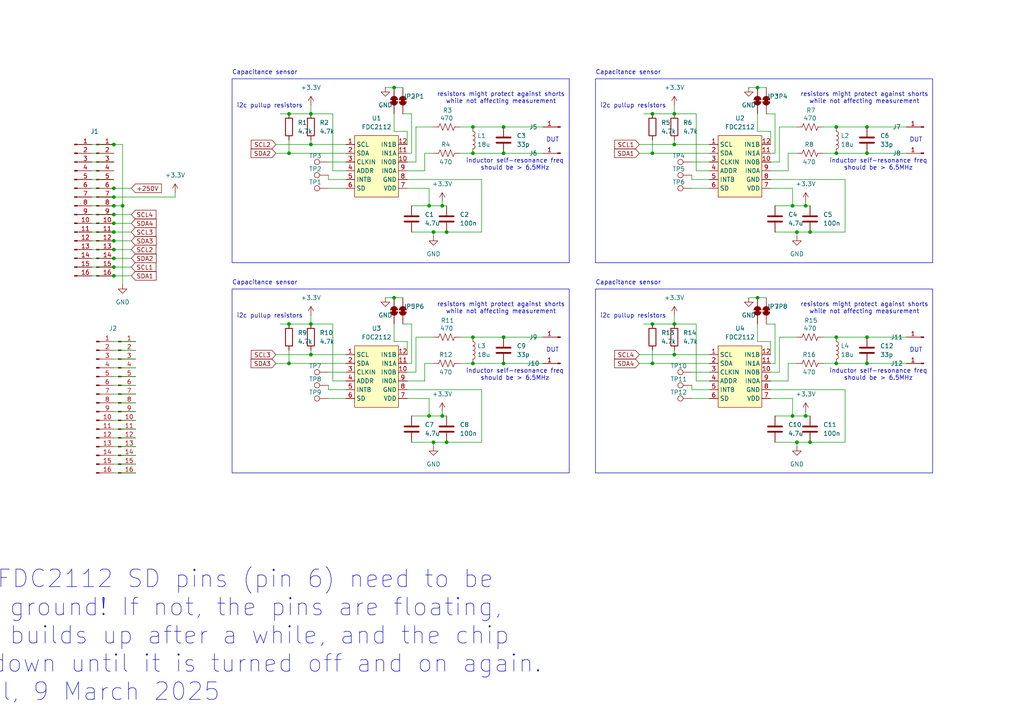
<source format=kicad_sch>
(kicad_sch (version 20231120) (generator "eeschema") (generator_version "8.0")
  (paper "A4")
  (lib_symbols
    (symbol "Connector:Conn_01x01_Pin" (pin_names (offset 1.016) hide)
      (property "Reference" "J" (at 0 2.54 0))
      (property "Value" "Conn_01x01_Pin" (at 0 -2.54 0))
      (symbol "Conn_01x01_Pin_1_1"
        (pin passive line (at 5.08 0 180) (length 3.81) (name "Pin_1") (number "1"))
      )
    )
    (symbol "Connector:Conn_01x16_Pin" (pin_names (offset 1.016) hide)
      (property "Reference" "J" (at 0 20.32 0))
      (property "Value" "Conn_01x16_Pin" (at 0 -22.86 0))
      (symbol "Conn_01x16_Pin_1_1"
        (pin passive line (at 5.08 17.78 180) (length 3.81) (name "Pin_1") (number "1"))
        (pin passive line (at 5.08 -5.08 180) (length 3.81) (name "Pin_10") (number "10"))
        (pin passive line (at 5.08 -7.62 180) (length 3.81) (name "Pin_11") (number "11"))
        (pin passive line (at 5.08 -10.16 180) (length 3.81) (name "Pin_12") (number "12"))
        (pin passive line (at 5.08 -12.7 180) (length 3.81) (name "Pin_13") (number "13"))
        (pin passive line (at 5.08 -15.24 180) (length 3.81) (name "Pin_14") (number "14"))
        (pin passive line (at 5.08 -17.78 180) (length 3.81) (name "Pin_15") (number "15"))
        (pin passive line (at 5.08 -20.32 180) (length 3.81) (name "Pin_16") (number "16"))
        (pin passive line (at 5.08 15.24 180) (length 3.81) (name "Pin_2") (number "2"))
        (pin passive line (at 5.08 12.7 180) (length 3.81) (name "Pin_3") (number "3"))
        (pin passive line (at 5.08 10.16 180) (length 3.81) (name "Pin_4") (number "4"))
        (pin passive line (at 5.08 7.62 180) (length 3.81) (name "Pin_5") (number "5"))
        (pin passive line (at 5.08 5.08 180) (length 3.81) (name "Pin_6") (number "6"))
        (pin passive line (at 5.08 2.54 180) (length 3.81) (name "Pin_7") (number "7"))
        (pin passive line (at 5.08 0 180) (length 3.81) (name "Pin_8") (number "8"))
        (pin passive line (at 5.08 -2.54 180) (length 3.81) (name "Pin_9") (number "9"))
      )
    )
    (symbol "Connector:TestPoint" (pin_numbers hide) (pin_names (offset 0.762) hide)
      (property "Reference" "TP" (at 0 6.858 0))
      (property "Value" "TestPoint" (at 0 5.08 0))
      (symbol "TestPoint_1_1"
        (pin passive line (at 0 0 90) (length 2.54) (name "1") (number "1"))
      )
    )
    (symbol "Device:C" (pin_numbers hide) (pin_names (offset 0.254))
      (property "Reference" "C" (at 0.635 2.54 0))
      (property "Value" "C" (at 0.635 -2.54 0))
      (symbol "C_1_1"
        (pin passive line (at 0 3.81 270) (length 2.794) (name "~") (number "1"))
        (pin passive line (at 0 -3.81 90) (length 2.794) (name "~") (number "2"))
      )
    )
    (symbol "Device:L" (pin_numbers hide) (pin_names (offset 1.016) hide)
      (property "Reference" "L" (at -1.27 0 90))
      (property "Value" "L" (at 1.905 0 90))
      (symbol "L_1_1"
        (pin passive line (at 0 3.81 270) (length 1.27) (name "1") (number "1"))
        (pin passive line (at 0 -3.81 90) (length 1.27) (name "2") (number "2"))
      )
    )
    (symbol "Device:R" (pin_numbers hide) (pin_names (offset 0))
      (property "Reference" "R" (at 2.032 0 90))
      (property "Value" "R" (at 0 0 90))
      (symbol "R_1_1"
        (pin passive line (at 0 3.81 270) (length 1.27) (name "~") (number "1"))
        (pin passive line (at 0 -3.81 90) (length 1.27) (name "~") (number "2"))
      )
    )
    (symbol "Device:R_US" (pin_numbers hide) (pin_names (offset 0))
      (property "Reference" "R" (at 2.54 0 90))
      (property "Value" "R_US" (at -2.54 0 90))
      (symbol "R_US_1_1"
        (pin passive line (at 0 3.81 270) (length 1.27) (name "~") (number "1"))
        (pin passive line (at 0 -3.81 90) (length 1.27) (name "~") (number "2"))
      )
    )
    (symbol "Jumper:SolderJumper_2_Bridged" (pin_numbers hide) (pin_names (offset 0) hide) (exclude_from_sim yes) (in_bom no)
      (property "Reference" "JP" (at 0 2.032 0))
      (property "Value" "SolderJumper_2_Bridged" (at 0 -2.54 0))
      (symbol "SolderJumper_2_Bridged_1_1"
        (pin passive line (at -3.81 0 0) (length 2.54) (name "A") (number "1"))
        (pin passive line (at 3.81 0 180) (length 2.54) (name "B") (number "2"))
      )
    )
    (symbol "levitas_custom:FDC2112"
      (property "Reference" "U" (at -5.842 12.446 0))
      (property "Value" "FDC2112" (at -2.286 10.414 0))
      (symbol "FDC2112_1_1"
        (pin input line (at -8.89 6.35 0) (length 2.54) (name "SCL") (number "1"))
        (pin input line (at 8.89 1.27 180) (length 2.54) (name "IN0B") (number "10"))
        (pin input line (at 8.89 3.81 180) (length 2.54) (name "IN1A") (number "11"))
        (pin input line (at 8.89 6.35 180) (length 2.54) (name "IN1B") (number "12"))
        (pin input line (at -8.89 3.81 0) (length 2.54) (name "SDA") (number "2"))
        (pin input line (at -8.89 1.27 0) (length 2.54) (name "CLKIN") (number "3"))
        (pin input line (at -8.89 -1.27 0) (length 2.54) (name "ADDR") (number "4"))
        (pin input line (at -8.89 -3.81 0) (length 2.54) (name "INTB") (number "5"))
        (pin input line (at -8.89 -6.35 0) (length 2.54) (name "SD") (number "6"))
        (pin input line (at 8.89 -6.35 180) (length 2.54) (name "VDD") (number "7"))
        (pin input line (at 8.89 -3.81 180) (length 2.54) (name "GND") (number "8"))
        (pin input line (at 8.89 -1.27 180) (length 2.54) (name "IN0A") (number "9"))
      )
    )
    (symbol "power:+3.3V" (power) (pin_numbers hide) (pin_names (offset 0) hide)
      (property "Value" "+3.3V" (at 0 3.556 0))
      (symbol "+3.3V_1_1"
        (pin power_in line (at 0 0 90) (length 0) (name "~") (number "1"))
      )
    )
    (symbol "power:GND" (power) (pin_numbers hide) (pin_names (offset 0) hide)
      (property "Value" "GND" (at 0 -3.81 0))
      (symbol "GND_1_1"
        (pin power_in line (at 0 0 270) (length 0) (name "~") (number "1"))
      )
    )
  )
  (junction (at 242.57 105.41))
  (junction (at 83.82 93.98))
  (junction (at 251.46 105.41))
  (junction (at 33.02 54.61))
  (junction (at 189.23 93.98))
  (junction (at 229.87 59.69))
  (junction (at 242.57 44.45))
  (junction (at 251.46 36.83))
  (junction (at 242.57 97.79))
  (junction (at 129.54 128.27))
  (junction (at 195.58 41.91))
  (junction (at 33.02 74.93))
  (junction (at 128.27 120.65))
  (junction (at 90.17 102.87))
  (junction (at 125.73 128.27))
  (junction (at 231.14 128.27))
  (junction (at 229.87 120.65))
  (junction (at 90.17 93.98))
  (junction (at 90.17 33.02))
  (junction (at 137.16 44.45))
  (junction (at 242.57 36.83))
  (junction (at 33.02 57.15))
  (junction (at 233.68 120.65))
  (junction (at 114.3 25.4))
  (junction (at 146.05 44.45))
  (junction (at 125.73 67.31))
  (junction (at 90.17 41.91))
  (junction (at 189.23 44.45))
  (junction (at 219.71 86.36))
  (junction (at 195.58 93.98))
  (junction (at 251.46 44.45))
  (junction (at 124.46 120.65))
  (junction (at 33.02 80.01))
  (junction (at 195.58 33.02))
  (junction (at 33.02 59.69))
  (junction (at 83.82 33.02))
  (junction (at 251.46 97.79))
  (junction (at 114.3 86.36))
  (junction (at 129.54 67.31))
  (junction (at 33.02 62.23))
  (junction (at 195.58 102.87))
  (junction (at 33.02 64.77))
  (junction (at 128.27 59.69))
  (junction (at 35.56 59.69))
  (junction (at 33.02 41.91))
  (junction (at 33.02 77.47))
  (junction (at 83.82 44.45))
  (junction (at 137.16 105.41))
  (junction (at 189.23 33.02))
  (junction (at 83.82 105.41))
  (junction (at 146.05 36.83))
  (junction (at 146.05 97.79))
  (junction (at 137.16 36.83))
  (junction (at 234.95 128.27))
  (junction (at 231.14 67.31))
  (junction (at 234.95 67.31))
  (junction (at 33.02 67.31))
  (junction (at 146.05 105.41))
  (junction (at 189.23 105.41))
  (junction (at 124.46 59.69))
  (junction (at 233.68 59.69))
  (junction (at 33.02 69.85))
  (junction (at 219.71 25.4))
  (junction (at 137.16 97.79))
  (junction (at 33.02 72.39))
  (wire (pts (xy 33.02 124.46) (xy 39.37 124.46)))
  (wire (pts (xy 146.05 36.83) (xy 157.48 36.83)))
  (wire (pts (xy 233.68 59.69) (xy 234.95 59.69)))
  (wire (pts (xy 229.87 54.61) (xy 229.87 59.69)))
  (wire (pts (xy 189.23 40.64) (xy 189.23 44.45)))
  (wire (pts (xy 185.42 41.91) (xy 195.58 41.91)))
  (wire (pts (xy 223.52 113.03) (xy 245.11 113.03)))
  (wire (pts (xy 118.11 52.07) (xy 139.7 52.07)))
  (wire (pts (xy 137.16 44.45) (xy 146.05 44.45)))
  (wire (pts (xy 119.38 93.98) (xy 119.38 105.41)))
  (wire (pts (xy 128.27 119.38) (xy 128.27 120.65)))
  (wire (pts (xy 33.02 104.14) (xy 39.37 104.14)))
  (wire (pts (xy 223.52 110.49) (xy 228.6 110.49)))
  (wire (pts (xy 100.33 113.03) (xy 95.25 113.03)))
  (wire (pts (xy 226.06 46.99) (xy 223.52 46.99)))
  (wire (pts (xy 33.02 132.08) (xy 39.37 132.08)))
  (wire (pts (xy 125.73 128.27) (xy 125.73 129.54)))
  (wire (pts (xy 95.25 46.99) (xy 100.33 46.99)))
  (wire (pts (xy 118.11 54.61) (xy 124.46 54.61)))
  (wire (pts (xy 33.02 62.23) (xy 38.1 62.23)))
  (wire (pts (xy 146.05 44.45) (xy 157.48 44.45)))
  (wire (pts (xy 189.23 105.41) (xy 205.74 105.41)))
  (wire (pts (xy 201.93 93.98) (xy 201.93 110.49)))
  (wire (pts (xy 116.84 33.02) (xy 119.38 33.02)))
  (wire (pts (xy 242.57 105.41) (xy 251.46 105.41)))
  (wire (pts (xy 118.11 110.49) (xy 123.19 110.49)))
  (wire (pts (xy 33.02 119.38) (xy 39.37 119.38)))
  (wire (pts (xy 26.67 80.01) (xy 33.02 80.01)))
  (wire (pts (xy 195.58 102.87) (xy 205.74 102.87)))
  (wire (pts (xy 95.25 115.57) (xy 100.33 115.57)))
  (wire (pts (xy 245.11 128.27) (xy 234.95 128.27)))
  (wire (pts (xy 33.02 80.01) (xy 38.1 80.01)))
  (wire (pts (xy 100.33 52.07) (xy 95.25 52.07)))
  (wire (pts (xy 33.02 54.61) (xy 38.1 54.61)))
  (wire (pts (xy 125.73 67.31) (xy 119.38 67.31)))
  (wire (pts (xy 129.54 67.31) (xy 125.73 67.31)))
  (wire (pts (xy 137.16 105.41) (xy 146.05 105.41)))
  (wire (pts (xy 238.76 97.79) (xy 242.57 97.79)))
  (wire (pts (xy 231.14 128.27) (xy 231.14 129.54)))
  (wire (pts (xy 226.06 107.95) (xy 223.52 107.95)))
  (wire (pts (xy 96.52 33.02) (xy 96.52 49.53)))
  (wire (pts (xy 222.25 93.98) (xy 224.79 93.98)))
  (wire (pts (xy 226.06 36.83) (xy 231.14 36.83)))
  (wire (pts (xy 26.67 59.69) (xy 33.02 59.69)))
  (wire (pts (xy 33.02 106.68) (xy 39.37 106.68)))
  (wire (pts (xy 217.17 86.36) (xy 219.71 86.36)))
  (wire (pts (xy 26.67 69.85) (xy 33.02 69.85)))
  (wire (pts (xy 118.11 115.57) (xy 124.46 115.57)))
  (wire (pts (xy 234.95 128.27) (xy 231.14 128.27)))
  (wire (pts (xy 224.79 33.02) (xy 224.79 44.45)))
  (wire (pts (xy 185.42 105.41) (xy 189.23 105.41)))
  (wire (pts (xy 186.69 93.98) (xy 189.23 93.98)))
  (wire (pts (xy 33.02 116.84) (xy 39.37 116.84)))
  (wire (pts (xy 83.82 33.02) (xy 90.17 33.02)))
  (wire (pts (xy 200.66 113.03) (xy 200.66 111.76)))
  (wire (pts (xy 229.87 59.69) (xy 233.68 59.69)))
  (wire (pts (xy 95.25 113.03) (xy 95.25 111.76)))
  (wire (pts (xy 120.65 97.79) (xy 120.65 107.95)))
  (wire (pts (xy 242.57 36.83) (xy 251.46 36.83)))
  (wire (pts (xy 80.01 102.87) (xy 90.17 102.87)))
  (wire (pts (xy 83.82 105.41) (xy 100.33 105.41)))
  (wire (pts (xy 219.71 33.02) (xy 219.71 38.1)))
  (wire (pts (xy 251.46 36.83) (xy 262.89 36.83)))
  (wire (pts (xy 251.46 105.41) (xy 262.89 105.41)))
  (wire (pts (xy 238.76 44.45) (xy 242.57 44.45)))
  (wire (pts (xy 223.52 54.61) (xy 229.87 54.61)))
  (wire (pts (xy 129.54 128.27) (xy 125.73 128.27)))
  (wire (pts (xy 231.14 67.31) (xy 231.14 68.58)))
  (wire (pts (xy 234.95 67.31) (xy 231.14 67.31)))
  (wire (pts (xy 33.02 77.47) (xy 38.1 77.47)))
  (wire (pts (xy 195.58 30.48) (xy 195.58 33.02)))
  (wire (pts (xy 185.42 102.87) (xy 195.58 102.87)))
  (wire (pts (xy 139.7 52.07) (xy 139.7 67.31)))
  (wire (pts (xy 186.69 33.02) (xy 189.23 33.02)))
  (wire (pts (xy 95.25 54.61) (xy 100.33 54.61)))
  (wire (pts (xy 242.57 97.79) (xy 251.46 97.79)))
  (wire (pts (xy 242.57 44.45) (xy 251.46 44.45)))
  (wire (pts (xy 219.71 86.36) (xy 222.25 86.36)))
  (wire (pts (xy 111.76 86.36) (xy 114.3 86.36)))
  (wire (pts (xy 231.14 67.31) (xy 224.79 67.31)))
  (wire (pts (xy 26.67 41.91) (xy 33.02 41.91)))
  (wire (pts (xy 90.17 91.44) (xy 90.17 93.98)))
  (wire (pts (xy 123.19 105.41) (xy 123.19 110.49)))
  (wire (pts (xy 90.17 33.02) (xy 96.52 33.02)))
  (wire (pts (xy 26.67 74.93) (xy 33.02 74.93)))
  (wire (pts (xy 228.6 105.41) (xy 228.6 110.49)))
  (wire (pts (xy 118.11 38.1) (xy 118.11 41.91)))
  (wire (pts (xy 233.68 120.65) (xy 234.95 120.65)))
  (wire (pts (xy 219.71 25.4) (xy 222.25 25.4)))
  (wire (pts (xy 90.17 30.48) (xy 90.17 33.02)))
  (wire (pts (xy 245.11 52.07) (xy 245.11 67.31)))
  (wire (pts (xy 33.02 72.39) (xy 38.1 72.39)))
  (wire (pts (xy 238.76 105.41) (xy 242.57 105.41)))
  (wire (pts (xy 120.65 36.83) (xy 120.65 46.99)))
  (wire (pts (xy 205.74 52.07) (xy 200.66 52.07)))
  (wire (pts (xy 189.23 93.98) (xy 195.58 93.98)))
  (wire (pts (xy 224.79 120.65) (xy 229.87 120.65)))
  (wire (pts (xy 120.65 97.79) (xy 125.73 97.79)))
  (wire (pts (xy 245.11 113.03) (xy 245.11 128.27)))
  (wire (pts (xy 118.11 49.53) (xy 123.19 49.53)))
  (wire (pts (xy 245.11 67.31) (xy 234.95 67.31)))
  (wire (pts (xy 124.46 54.61) (xy 124.46 59.69)))
  (wire (pts (xy 114.3 38.1) (xy 118.11 38.1)))
  (wire (pts (xy 96.52 93.98) (xy 96.52 110.49)))
  (wire (pts (xy 26.67 67.31) (xy 33.02 67.31)))
  (wire (pts (xy 26.67 77.47) (xy 33.02 77.47)))
  (wire (pts (xy 125.73 128.27) (xy 119.38 128.27)))
  (wire (pts (xy 26.67 49.53) (xy 33.02 49.53)))
  (wire (pts (xy 200.66 115.57) (xy 205.74 115.57)))
  (wire (pts (xy 201.93 49.53) (xy 205.74 49.53)))
  (wire (pts (xy 229.87 120.65) (xy 233.68 120.65)))
  (wire (pts (xy 233.68 119.38) (xy 233.68 120.65)))
  (wire (pts (xy 90.17 102.87) (xy 100.33 102.87)))
  (wire (pts (xy 114.3 93.98) (xy 114.3 99.06)))
  (wire (pts (xy 125.73 44.45) (xy 123.19 44.45)))
  (wire (pts (xy 90.17 93.98) (xy 96.52 93.98)))
  (wire (pts (xy 223.52 38.1) (xy 223.52 41.91)))
  (wire (pts (xy 96.52 110.49) (xy 100.33 110.49)))
  (wire (pts (xy 146.05 105.41) (xy 157.48 105.41)))
  (wire (pts (xy 26.67 62.23) (xy 33.02 62.23)))
  (wire (pts (xy 139.7 67.31) (xy 129.54 67.31)))
  (wire (pts (xy 189.23 33.02) (xy 195.58 33.02)))
  (wire (pts (xy 133.35 36.83) (xy 137.16 36.83)))
  (wire (pts (xy 119.38 120.65) (xy 124.46 120.65)))
  (wire (pts (xy 219.71 99.06) (xy 223.52 99.06)))
  (wire (pts (xy 26.67 46.99) (xy 33.02 46.99)))
  (wire (pts (xy 123.19 44.45) (xy 123.19 49.53)))
  (wire (pts (xy 139.7 113.03) (xy 139.7 128.27)))
  (wire (pts (xy 95.25 107.95) (xy 100.33 107.95)))
  (wire (pts (xy 83.82 44.45) (xy 100.33 44.45)))
  (wire (pts (xy 35.56 82.55) (xy 35.56 59.69)))
  (wire (pts (xy 195.58 33.02) (xy 201.93 33.02)))
  (wire (pts (xy 224.79 44.45) (xy 223.52 44.45)))
  (wire (pts (xy 33.02 121.92) (xy 39.37 121.92)))
  (wire (pts (xy 226.06 97.79) (xy 231.14 97.79)))
  (wire (pts (xy 119.38 105.41) (xy 118.11 105.41)))
  (wire (pts (xy 26.67 52.07) (xy 33.02 52.07)))
  (wire (pts (xy 128.27 58.42) (xy 128.27 59.69)))
  (wire (pts (xy 133.35 44.45) (xy 137.16 44.45)))
  (wire (pts (xy 83.82 40.64) (xy 83.82 44.45)))
  (wire (pts (xy 26.67 57.15) (xy 33.02 57.15)))
  (wire (pts (xy 224.79 105.41) (xy 223.52 105.41)))
  (wire (pts (xy 195.58 93.98) (xy 201.93 93.98)))
  (wire (pts (xy 195.58 41.91) (xy 205.74 41.91)))
  (wire (pts (xy 238.76 36.83) (xy 242.57 36.83)))
  (wire (pts (xy 26.67 72.39) (xy 33.02 72.39)))
  (wire (pts (xy 124.46 120.65) (xy 128.27 120.65)))
  (wire (pts (xy 120.65 46.99) (xy 118.11 46.99)))
  (wire (pts (xy 33.02 127) (xy 39.37 127)))
  (wire (pts (xy 80.01 41.91) (xy 90.17 41.91)))
  (wire (pts (xy 139.7 128.27) (xy 129.54 128.27)))
  (wire (pts (xy 119.38 44.45) (xy 118.11 44.45)))
  (wire (pts (xy 114.3 99.06) (xy 118.11 99.06)))
  (wire (pts (xy 33.02 111.76) (xy 39.37 111.76)))
  (wire (pts (xy 205.74 113.03) (xy 200.66 113.03)))
  (wire (pts (xy 195.58 101.6) (xy 195.58 102.87)))
  (wire (pts (xy 200.66 107.95) (xy 205.74 107.95)))
  (wire (pts (xy 95.25 52.07) (xy 95.25 50.8)))
  (wire (pts (xy 125.73 105.41) (xy 123.19 105.41)))
  (wire (pts (xy 116.84 93.98) (xy 119.38 93.98)))
  (wire (pts (xy 33.02 69.85) (xy 38.1 69.85)))
  (wire (pts (xy 118.11 99.06) (xy 118.11 102.87)))
  (wire (pts (xy 195.58 91.44) (xy 195.58 93.98)))
  (wire (pts (xy 35.56 59.69) (xy 35.56 41.91)))
  (wire (pts (xy 26.67 54.61) (xy 33.02 54.61)))
  (wire (pts (xy 119.38 33.02) (xy 119.38 44.45)))
  (wire (pts (xy 201.93 110.49) (xy 205.74 110.49)))
  (wire (pts (xy 200.66 46.99) (xy 205.74 46.99)))
  (wire (pts (xy 251.46 97.79) (xy 262.89 97.79)))
  (wire (pts (xy 231.14 44.45) (xy 228.6 44.45)))
  (wire (pts (xy 81.28 33.02) (xy 83.82 33.02)))
  (wire (pts (xy 81.28 93.98) (xy 83.82 93.98)))
  (wire (pts (xy 219.71 93.98) (xy 219.71 99.06)))
  (wire (pts (xy 96.52 49.53) (xy 100.33 49.53)))
  (wire (pts (xy 118.11 113.03) (xy 139.7 113.03)))
  (wire (pts (xy 80.01 44.45) (xy 83.82 44.45)))
  (wire (pts (xy 226.06 97.79) (xy 226.06 107.95)))
  (wire (pts (xy 231.14 128.27) (xy 224.79 128.27)))
  (wire (pts (xy 33.02 59.69) (xy 35.56 59.69)))
  (wire (pts (xy 90.17 41.91) (xy 100.33 41.91)))
  (wire (pts (xy 26.67 64.77) (xy 33.02 64.77)))
  (wire (pts (xy 231.14 105.41) (xy 228.6 105.41)))
  (wire (pts (xy 124.46 59.69) (xy 128.27 59.69)))
  (wire (pts (xy 251.46 44.45) (xy 262.89 44.45)))
  (wire (pts (xy 90.17 101.6) (xy 90.17 102.87)))
  (wire (pts (xy 111.76 25.4) (xy 114.3 25.4)))
  (wire (pts (xy 124.46 115.57) (xy 124.46 120.65)))
  (wire (pts (xy 33.02 99.06) (xy 39.37 99.06)))
  (wire (pts (xy 189.23 44.45) (xy 205.74 44.45)))
  (wire (pts (xy 226.06 36.83) (xy 226.06 46.99)))
  (wire (pts (xy 219.71 38.1) (xy 223.52 38.1)))
  (wire (pts (xy 185.42 44.45) (xy 189.23 44.45)))
  (wire (pts (xy 35.56 41.91) (xy 33.02 41.91)))
  (wire (pts (xy 200.66 52.07) (xy 200.66 50.8)))
  (wire (pts (xy 114.3 25.4) (xy 116.84 25.4)))
  (wire (pts (xy 83.82 93.98) (xy 90.17 93.98)))
  (wire (pts (xy 33.02 64.77) (xy 38.1 64.77)))
  (wire (pts (xy 80.01 105.41) (xy 83.82 105.41)))
  (wire (pts (xy 200.66 54.61) (xy 205.74 54.61)))
  (wire (pts (xy 189.23 101.6) (xy 189.23 105.41)))
  (wire (pts (xy 133.35 105.41) (xy 137.16 105.41)))
  (wire (pts (xy 33.02 134.62) (xy 39.37 134.62)))
  (wire (pts (xy 33.02 74.93) (xy 38.1 74.93)))
  (wire (pts (xy 120.65 107.95) (xy 118.11 107.95)))
  (wire (pts (xy 128.27 120.65) (xy 129.54 120.65)))
  (wire (pts (xy 229.87 115.57) (xy 229.87 120.65)))
  (wire (pts (xy 90.17 40.64) (xy 90.17 41.91)))
  (wire (pts (xy 223.52 49.53) (xy 228.6 49.53)))
  (wire (pts (xy 222.25 33.02) (xy 224.79 33.02)))
  (wire (pts (xy 133.35 97.79) (xy 137.16 97.79)))
  (wire (pts (xy 137.16 36.83) (xy 146.05 36.83)))
  (wire (pts (xy 33.02 137.16) (xy 39.37 137.16)))
  (wire (pts (xy 114.3 33.02) (xy 114.3 38.1)))
  (wire (pts (xy 233.68 58.42) (xy 233.68 59.69)))
  (wire (pts (xy 33.02 129.54) (xy 39.37 129.54)))
  (wire (pts (xy 33.02 114.3) (xy 39.37 114.3)))
  (wire (pts (xy 228.6 44.45) (xy 228.6 49.53)))
  (wire (pts (xy 114.3 86.36) (xy 116.84 86.36)))
  (wire (pts (xy 224.79 93.98) (xy 224.79 105.41)))
  (wire (pts (xy 26.67 44.45) (xy 33.02 44.45)))
  (wire (pts (xy 223.52 99.06) (xy 223.52 102.87)))
  (wire (pts (xy 83.82 101.6) (xy 83.82 105.41)))
  (wire (pts (xy 128.27 59.69) (xy 129.54 59.69)))
  (wire (pts (xy 223.52 115.57) (xy 229.87 115.57)))
  (wire (pts (xy 50.8 57.15) (xy 50.8 55.88)))
  (wire (pts (xy 120.65 36.83) (xy 125.73 36.83)))
  (wire (pts (xy 201.93 33.02) (xy 201.93 49.53)))
  (wire (pts (xy 223.52 52.07) (xy 245.11 52.07)))
  (wire (pts (xy 33.02 109.22) (xy 39.37 109.22)))
  (wire (pts (xy 146.05 97.79) (xy 157.48 97.79)))
  (wire (pts (xy 217.17 25.4) (xy 219.71 25.4)))
  (wire (pts (xy 224.79 59.69) (xy 229.87 59.69)))
  (wire (pts (xy 137.16 97.79) (xy 146.05 97.79)))
  (wire (pts (xy 33.02 67.31) (xy 38.1 67.31)))
  (wire (pts (xy 33.02 101.6) (xy 39.37 101.6)))
  (wire (pts (xy 33.02 57.15) (xy 50.8 57.15)))
  (wire (pts (xy 125.73 67.31) (xy 125.73 68.58)))
  (wire (pts (xy 195.58 40.64) (xy 195.58 41.91)))
  (wire (pts (xy 119.38 59.69) (xy 124.46 59.69)))
  (rectangle (start 172.72 83.82) (end 270.51 137.16))
  (rectangle (start 67.31 83.82) (end 165.1 137.16))
  (rectangle (start 67.31 22.86) (end 165.1 76.2))
  (rectangle (start 172.72 22.86) (end 270.51 76.2))
  (text "Capacitance sensor" (at 172.72 82.042 0) (effects (font (size 1.27 1.27)) (justify left)))
  (text "inductor self-resonance freq\nshould be > 6.5MHz" (at 254.762 47.752 0) (effects (font (size 1.27 1.27))))
  (text "resistors might protect against shorts\nwhile not affecting measurement" (at 250.698 89.408 0) (effects (font (size 1.27 1.27))))
  (text "resistors might protect against shorts\nwhile not affecting measurement" (at 145.288 89.408 0) (effects (font (size 1.27 1.27))))
  (text "i2c pullup resistors" (at 183.642 30.734 0) (effects (font (size 1.27 1.27))))
  (text "Capacitance sensor" (at 67.31 82.042 0) (effects (font (size 1.27 1.27)) (justify left)))
  (text "inductor self-resonance freq\nshould be > 6.5MHz" (at 149.352 108.712 0) (effects (font (size 1.27 1.27))))
  (text "resistors might protect against shorts\nwhile not affecting measurement" (at 250.698 28.448 0) (effects (font (size 1.27 1.27))))
  (text "DUT" (at 265.684 101.6 0) (effects (font (size 1.27 1.27))))
  (text "inductor self-resonance freq\nshould be > 6.5MHz" (at 254.762 108.712 0) (effects (font (size 1.27 1.27))))
  (text "i2c pullup resistors" (at 183.642 91.694 0) (effects (font (size 1.27 1.27))))
  (text "i2c pullup resistors" (at 78.232 30.734 0) (effects (font (size 1.27 1.27))))
  (text "resistors might protect against shorts\nwhile not affecting measurement" (at 145.288 28.448 0) (effects (font (size 1.27 1.27))))
  (text "i2c pullup resistors" (at 78.232 91.694 0) (effects (font (size 1.27 1.27))))
  (text "TODO: FDC2112 SD pins (pin 6) need to be\ntied to ground! If not, the pins are floating,\ncharge builds up after a while, and the chip\nshuts down until it is turned off and on again.\n-Daniel, 9 March 2025" (at -26.924 184.404 0) (effects (font (size 5.08 5.08)) (justify left)))
  (text "DUT" (at 160.274 101.6 0) (effects (font (size 1.27 1.27))))
  (text "Capacitance sensor" (at 172.72 21.082 0) (effects (font (size 1.27 1.27)) (justify left)))
  (text "inductor self-resonance freq\nshould be > 6.5MHz" (at 149.352 47.752 0) (effects (font (size 1.27 1.27))))
  (text "DUT" (at 265.684 40.64 0) (effects (font (size 1.27 1.27))))
  (text "Capacitance sensor" (at 67.31 21.082 0) (effects (font (size 1.27 1.27)) (justify left)))
  (text "DUT" (at 160.274 40.64 0) (effects (font (size 1.27 1.27))))
  (global_label "SDA2" (shape input) (at 38.1 74.93 0) (property "Intersheetrefs" "${INTERSHEET_REFS}" (effects (hide yes))))
  (global_label "SDA1" (shape input) (at 38.1 80.01 0) (property "Intersheetrefs" "${INTERSHEET_REFS}" (effects (hide yes))))
  (global_label "SCL4" (shape input) (at 185.42 102.87 180) (property "Intersheetrefs" "${INTERSHEET_REFS}" (effects (hide yes))))
  (global_label "SCL1" (shape input) (at 185.42 41.91 180) (property "Intersheetrefs" "${INTERSHEET_REFS}" (effects (hide yes))))
  (global_label "SDA1" (shape input) (at 185.42 44.45 180) (property "Intersheetrefs" "${INTERSHEET_REFS}" (effects (hide yes))))
  (global_label "SDA4" (shape input) (at 38.1 64.77 0) (property "Intersheetrefs" "${INTERSHEET_REFS}" (effects (hide yes))))
  (global_label "SDA3" (shape input) (at 80.01 105.41 180) (property "Intersheetrefs" "${INTERSHEET_REFS}" (effects (hide yes))))
  (global_label "SCL1" (shape input) (at 38.1 77.47 0) (property "Intersheetrefs" "${INTERSHEET_REFS}" (effects (hide yes))))
  (global_label "SDA4" (shape input) (at 185.42 105.41 180) (property "Intersheetrefs" "${INTERSHEET_REFS}" (effects (hide yes))))
  (global_label "SCL3" (shape input) (at 80.01 102.87 180) (property "Intersheetrefs" "${INTERSHEET_REFS}" (effects (hide yes))))
  (global_label "SCL2" (shape input) (at 80.01 41.91 180) (property "Intersheetrefs" "${INTERSHEET_REFS}" (effects (hide yes))))
  (global_label "SCL4" (shape input) (at 38.1 62.23 0) (property "Intersheetrefs" "${INTERSHEET_REFS}" (effects (hide yes))))
  (global_label "SCL2" (shape input) (at 38.1 72.39 0) (property "Intersheetrefs" "${INTERSHEET_REFS}" (effects (hide yes))))
  (global_label "SDA2" (shape input) (at 80.01 44.45 180) (property "Intersheetrefs" "${INTERSHEET_REFS}" (effects (hide yes))))
  (global_label "+250V" (shape input) (at 38.1 54.61 0) (property "Intersheetrefs" "${INTERSHEET_REFS}" (effects (hide yes))))
  (global_label "SDA3" (shape input) (at 38.1 69.85 0) (property "Intersheetrefs" "${INTERSHEET_REFS}" (effects (hide yes))))
  (global_label "SCL3" (shape input) (at 38.1 67.31 0) (property "Intersheetrefs" "${INTERSHEET_REFS}" (effects (hide yes))))
  (symbol (lib_id "Device:C") (at 119.38 124.46 0) (unit 1)
    (property "Reference" "C7" (at 123.19 123.1899 0) (effects (justify left)))
    (property "Value" "4.7u" (at 123.19 125.7299 0) (effects (justify left)))
    (property "Footprint" "Capacitor_SMD:C_0805_2012Metric" (effects (hide yes)))
    (property "Description" "Unpolarized capacitor" (effects (hide yes)))
  )
  (symbol (lib_id "Connector:Conn_01x01_Pin") (at 267.97 97.79 180) (unit 1)
    (property "Reference" "J11" (at 260.096 97.79 0))
    (property "Value" "Conn_01x01_Pin" (effects (hide yes)))
    (property "Footprint" "levitas_local:cap_sensor" (effects (hide yes)))
    (property "Description" "Generic connector, single row, 01x01, script generated" (effects (hide yes)))
  )
  (symbol (lib_id "Device:R") (at 90.17 97.79 0) (unit 1)
    (property "Reference" "R10" (at 92.71 96.5199 0) (effects (justify left)))
    (property "Value" "4.7k" (at 92.71 99.0599 0) (effects (justify left)))
    (property "Footprint" "Resistor_SMD:R_0603_1608Metric" (effects (hide yes)))
    (property "Description" "Resistor" (effects (hide yes)))
  )
  (symbol (lib_id "Device:C") (at 129.54 124.46 0) (unit 1)
    (property "Reference" "C8" (at 133.35 123.1899 0) (effects (justify left)))
    (property "Value" "100n" (at 133.35 125.7299 0) (effects (justify left)))
    (property "Footprint" "Capacitor_SMD:C_0603_1608Metric" (effects (hide yes)))
    (property "Description" "Unpolarized capacitor" (effects (hide yes)))
  )
  (symbol (lib_id "Device:L") (at 242.57 40.64 0) (unit 1)
    (property "Reference" "L2" (at 243.84 39.3699 0) (effects (justify left)))
    (property "Value" "18u" (at 243.84 41.9099 0) (effects (justify left)))
    (property "Footprint" "Inductor_SMD:L_0603_1608Metric" (effects (hide yes)))
    (property "Description" "Inductor" (effects (hide yes)))
  )
  (symbol (lib_id "Device:C") (at 251.46 40.64 0) (unit 1)
    (property "Reference" "C6" (at 255.27 39.3699 0) (effects (justify left)))
    (property "Value" "33p" (at 255.27 41.9099 0) (effects (justify left)))
    (property "Footprint" "Capacitor_SMD:C_0504_1310Metric_Pad0.83x1.28mm_HandSolder" (effects (hide yes)))
    (property "Description" "Unpolarized capacitor" (effects (hide yes)))
  )
  (symbol (lib_id "Device:C") (at 119.38 63.5 0) (unit 1)
    (property "Reference" "C1" (at 123.19 62.2299 0) (effects (justify left)))
    (property "Value" "4.7u" (at 123.19 64.7699 0) (effects (justify left)))
    (property "Footprint" "Capacitor_SMD:C_0805_2012Metric" (effects (hide yes)))
    (property "Description" "Unpolarized capacitor" (effects (hide yes)))
  )
  (symbol (lib_id "power:GND") (at 231.14 129.54 0) (unit 1)
    (property "Reference" "#PWR017" (effects (hide yes)))
    (property "Value" "GND" (at 231.14 134.62 0))
    (property "Description" "Power symbol creates a global label with name \"GND\" , ground" (effects (hide yes)))
  )
  (symbol (lib_id "Device:R") (at 83.82 97.79 0) (unit 1)
    (property "Reference" "R9" (at 86.36 96.5199 0) (effects (justify left)))
    (property "Value" "4.7k" (at 86.36 99.0599 0) (effects (justify left)))
    (property "Footprint" "Resistor_SMD:R_0603_1608Metric" (effects (hide yes)))
    (property "Description" "Resistor" (effects (hide yes)))
  )
  (symbol (lib_id "Device:C") (at 146.05 101.6 0) (unit 1)
    (property "Reference" "C9" (at 149.86 100.3299 0) (effects (justify left)))
    (property "Value" "33p" (at 149.86 102.8699 0) (effects (justify left)))
    (property "Footprint" "Capacitor_SMD:C_0504_1310Metric_Pad0.83x1.28mm_HandSolder" (effects (hide yes)))
    (property "Description" "Unpolarized capacitor" (effects (hide yes)))
  )
  (symbol (lib_id "Connector:TestPoint") (at 95.25 50.8 90) (unit 1)
    (property "Reference" "TP2" (at 91.44 49.022 90))
    (property "Value" "TestPoint" (effects (hide yes)))
    (property "Footprint" "TestPoint:TestPoint_Pad_D1.0mm" (effects (hide yes)))
    (property "Description" "test point" (effects (hide yes)))
  )
  (symbol (lib_id "power:+3.3V") (at 90.17 91.44 0) (unit 1)
    (property "Reference" "#PWR011" (effects (hide yes)))
    (property "Value" "+3.3V" (at 90.17 86.36 0))
    (property "Description" "Power symbol creates a global label with name \"+3.3V\"" (effects (hide yes)))
  )
  (symbol (lib_id "Connector:Conn_01x16_Pin") (at 21.59 59.69 0) (unit 1)
    (property "Reference" "J1" (at 27.432 38.1 0))
    (property "Value" "Conn_01x16_Pin" (effects (hide yes)))
    (property "Footprint" "levitas_local:PinHeader_1x16_P2.54mm_Vertical" (effects (hide yes)))
    (property "Description" "Generic connector, single row, 01x16, script generated" (effects (hide yes)))
  )
  (symbol (lib_id "levitas_custom:FDC2112") (at 214.63 48.26 0) (unit 1)
    (property "Reference" "U2" (at 214.63 34.29 0))
    (property "Value" "FDC2112" (at 214.63 36.83 0))
    (property "Footprint" "levitas_local:WSON-12-1EP_4x4mm_P0.5mm_EP2.6x3mm" (effects (hide yes)))
  )
  (symbol (lib_id "Device:R_US") (at 129.54 105.41 270) (unit 1)
    (property "Reference" "R12" (at 129.286 102.87 90))
    (property "Value" "470" (at 129.286 107.95 90))
    (property "Footprint" "Resistor_SMD:R_0603_1608Metric" (effects (hide yes)))
    (property "Description" "Resistor, US symbol" (effects (hide yes)))
  )
  (symbol (lib_id "Jumper:SolderJumper_2_Bridged") (at 116.84 29.21 90) (unit 1) (exclude_from_sim yes) (in_bom no)
    (property "Reference" "JP1" (at 119.38 27.9399 90) (effects (justify right)))
    (property "Value" "SolderJumper_2_Bridged" (effects (hide yes)))
    (property "Footprint" "Jumper:SolderJumper-2_P1.3mm_Bridged_RoundedPad1.0x1.5mm" (effects (hide yes)))
    (property "Description" "Solder Jumper, 2-pole, closed/bridged" (effects (hide yes)))
  )
  (symbol (lib_id "Device:C") (at 234.95 124.46 0) (unit 1)
    (property "Reference" "C11" (at 238.76 123.1899 0) (effects (justify left)))
    (property "Value" "100n" (at 238.76 125.7299 0) (effects (justify left)))
    (property "Footprint" "Capacitor_SMD:C_0603_1608Metric" (effects (hide yes)))
    (property "Description" "Unpolarized capacitor" (effects (hide yes)))
  )
  (symbol (lib_id "power:GND") (at 217.17 86.36 0) (unit 1)
    (property "Reference" "#PWR016" (effects (hide yes)))
    (property "Value" "GND" (at 217.17 91.44 0))
    (property "Description" "Power symbol creates a global label with name \"GND\" , ground" (effects (hide yes)))
  )
  (symbol (lib_id "power:GND") (at 231.14 68.58 0) (unit 1)
    (property "Reference" "#PWR09" (effects (hide yes)))
    (property "Value" "GND" (at 231.14 73.66 0))
    (property "Description" "Power symbol creates a global label with name \"GND\" , ground" (effects (hide yes)))
  )
  (symbol (lib_id "Connector:Conn_01x01_Pin") (at 267.97 36.83 180) (unit 1)
    (property "Reference" "J7" (at 260.096 36.83 0))
    (property "Value" "Conn_01x01_Pin" (effects (hide yes)))
    (property "Footprint" "levitas_local:cap_sensor" (effects (hide yes)))
    (property "Description" "Generic connector, single row, 01x01, script generated" (effects (hide yes)))
  )
  (symbol (lib_id "power:GND") (at 35.56 82.55 0) (unit 1)
    (property "Reference" "#PWR01" (effects (hide yes)))
    (property "Value" "GND" (at 35.56 87.63 0))
    (property "Description" "Power symbol creates a global label with name \"GND\" , ground" (effects (hide yes)))
  )
  (symbol (lib_id "Device:R") (at 83.82 36.83 0) (unit 1)
    (property "Reference" "R1" (at 86.36 35.5599 0) (effects (justify left)))
    (property "Value" "4.7k" (at 86.36 38.0999 0) (effects (justify left)))
    (property "Footprint" "Resistor_SMD:R_0603_1608Metric" (effects (hide yes)))
    (property "Description" "Resistor" (effects (hide yes)))
  )
  (symbol (lib_id "Device:R") (at 90.17 36.83 0) (unit 1)
    (property "Reference" "R2" (at 92.71 35.5599 0) (effects (justify left)))
    (property "Value" "4.7k" (at 92.71 38.0999 0) (effects (justify left)))
    (property "Footprint" "Resistor_SMD:R_0603_1608Metric" (effects (hide yes)))
    (property "Description" "Resistor" (effects (hide yes)))
  )
  (symbol (lib_id "Device:C") (at 251.46 101.6 0) (unit 1)
    (property "Reference" "C12" (at 255.27 100.3299 0) (effects (justify left)))
    (property "Value" "33p" (at 255.27 102.8699 0) (effects (justify left)))
    (property "Footprint" "Capacitor_SMD:C_0504_1310Metric_Pad0.83x1.28mm_HandSolder" (effects (hide yes)))
    (property "Description" "Unpolarized capacitor" (effects (hide yes)))
  )
  (symbol (lib_id "power:+3.3V") (at 195.58 30.48 0) (unit 1)
    (property "Reference" "#PWR06" (effects (hide yes)))
    (property "Value" "+3.3V" (at 195.58 25.4 0))
    (property "Description" "Power symbol creates a global label with name \"+3.3V\"" (effects (hide yes)))
  )
  (symbol (lib_id "Device:R_US") (at 129.54 36.83 270) (unit 1)
    (property "Reference" "R3" (at 129.794 32.004 90))
    (property "Value" "470" (at 129.54 34.29 90))
    (property "Footprint" "Resistor_SMD:R_0603_1608Metric" (effects (hide yes)))
    (property "Description" "Resistor, US symbol" (effects (hide yes)))
  )
  (symbol (lib_id "power:GND") (at 217.17 25.4 0) (unit 1)
    (property "Reference" "#PWR08" (effects (hide yes)))
    (property "Value" "GND" (at 217.17 30.48 0))
    (property "Description" "Power symbol creates a global label with name \"GND\" , ground" (effects (hide yes)))
  )
  (symbol (lib_id "levitas_custom:FDC2112") (at 109.22 109.22 0) (unit 1)
    (property "Reference" "U3" (at 109.22 95.25 0))
    (property "Value" "FDC2112" (at 109.22 97.79 0))
    (property "Footprint" "levitas_local:WSON-12-1EP_4x4mm_P0.5mm_EP2.6x3mm" (effects (hide yes)))
  )
  (symbol (lib_id "Device:R_US") (at 129.54 97.79 270) (unit 1)
    (property "Reference" "R11" (at 129.794 92.964 90))
    (property "Value" "470" (at 129.54 95.25 90))
    (property "Footprint" "Resistor_SMD:R_0603_1608Metric" (effects (hide yes)))
    (property "Description" "Resistor, US symbol" (effects (hide yes)))
  )
  (symbol (lib_id "Device:C") (at 146.05 40.64 0) (unit 1)
    (property "Reference" "C3" (at 149.86 39.3699 0) (effects (justify left)))
    (property "Value" "33p" (at 149.86 41.9099 0) (effects (justify left)))
    (property "Footprint" "Capacitor_SMD:C_0504_1310Metric_Pad0.83x1.28mm_HandSolder" (effects (hide yes)))
    (property "Description" "Unpolarized capacitor" (effects (hide yes)))
  )
  (symbol (lib_id "Connector:Conn_01x16_Pin") (at 27.94 59.69 0) (unit 1)
    (property "Reference" "J3" (effects (hide yes)))
    (property "Value" "Conn_01x16_Pin" (effects (hide yes)))
    (property "Footprint" "levitas_local:PinHeader_1x16_P2.54mm_Vertical" (effects (hide yes)))
    (property "Description" "Generic connector, single row, 01x16, script generated" (effects (hide yes)))
  )
  (symbol (lib_id "Connector:Conn_01x01_Pin") (at 162.56 44.45 180) (unit 1)
    (property "Reference" "J6" (at 154.686 44.45 0))
    (property "Value" "Conn_01x01_Pin" (effects (hide yes)))
    (property "Footprint" "levitas_local:cap_sensor" (effects (hide yes)))
    (property "Description" "Generic connector, single row, 01x01, script generated" (effects (hide yes)))
  )
  (symbol (lib_id "Connector:Conn_01x01_Pin") (at 267.97 105.41 180) (unit 1)
    (property "Reference" "J12" (at 260.096 105.41 0))
    (property "Value" "Conn_01x01_Pin" (effects (hide yes)))
    (property "Footprint" "levitas_local:cap_sensor" (effects (hide yes)))
    (property "Description" "Generic connector, single row, 01x01, script generated" (effects (hide yes)))
  )
  (symbol (lib_id "Jumper:SolderJumper_2_Bridged") (at 114.3 29.21 90) (unit 1) (exclude_from_sim yes) (in_bom no)
    (property "Reference" "JP2" (at 116.84 27.9399 90) (effects (justify right)))
    (property "Value" "SolderJumper_2_Bridged" (effects (hide yes)))
    (property "Footprint" "Jumper:SolderJumper-2_P1.3mm_Bridged_RoundedPad1.0x1.5mm" (effects (hide yes)))
    (property "Description" "Solder Jumper, 2-pole, closed/bridged" (effects (hide yes)))
  )
  (symbol (lib_id "Device:R_US") (at 234.95 36.83 270) (unit 1)
    (property "Reference" "R7" (at 235.204 32.004 90))
    (property "Value" "470" (at 234.95 34.29 90))
    (property "Footprint" "Resistor_SMD:R_0603_1608Metric" (effects (hide yes)))
    (property "Description" "Resistor, US symbol" (effects (hide yes)))
  )
  (symbol (lib_id "Jumper:SolderJumper_2_Bridged") (at 222.25 29.21 90) (unit 1) (exclude_from_sim yes) (in_bom no)
    (property "Reference" "JP4" (at 224.79 27.9399 90) (effects (justify right)))
    (property "Value" "SolderJumper_2_Bridged" (effects (hide yes)))
    (property "Footprint" "Jumper:SolderJumper-2_P1.3mm_Bridged_RoundedPad1.0x1.5mm" (effects (hide yes)))
    (property "Description" "Solder Jumper, 2-pole, closed/bridged" (effects (hide yes)))
  )
  (symbol (lib_id "power:+3.3V") (at 128.27 58.42 0) (unit 1)
    (property "Reference" "#PWR05" (effects (hide yes)))
    (property "Value" "+3.3V" (at 128.27 53.34 0))
    (property "Description" "Power symbol creates a global label with name \"+3.3V\"" (effects (hide yes)))
  )
  (symbol (lib_id "Device:R_US") (at 234.95 97.79 270) (unit 1)
    (property "Reference" "R15" (at 235.204 92.964 90))
    (property "Value" "470" (at 234.95 95.25 90))
    (property "Footprint" "Resistor_SMD:R_0603_1608Metric" (effects (hide yes)))
    (property "Description" "Resistor, US symbol" (effects (hide yes)))
  )
  (symbol (lib_id "Connector:TestPoint") (at 95.25 107.95 90) (unit 1)
    (property "Reference" "TP7" (at 91.44 106.172 90))
    (property "Value" "TestPoint" (effects (hide yes)))
    (property "Footprint" "TestPoint:TestPoint_Pad_D1.0mm" (effects (hide yes)))
    (property "Description" "test point" (effects (hide yes)))
  )
  (symbol (lib_id "Connector:TestPoint") (at 200.66 50.8 90) (unit 1)
    (property "Reference" "TP5" (at 196.85 49.022 90))
    (property "Value" "TestPoint" (effects (hide yes)))
    (property "Footprint" "TestPoint:TestPoint_Pad_D1.0mm" (effects (hide yes)))
    (property "Description" "test point" (effects (hide yes)))
  )
  (symbol (lib_id "Device:C") (at 224.79 124.46 0) (unit 1)
    (property "Reference" "C10" (at 228.6 123.1899 0) (effects (justify left)))
    (property "Value" "4.7u" (at 228.6 125.7299 0) (effects (justify left)))
    (property "Footprint" "Capacitor_SMD:C_0805_2012Metric" (effects (hide yes)))
    (property "Description" "Unpolarized capacitor" (effects (hide yes)))
  )
  (symbol (lib_id "Device:C") (at 224.79 63.5 0) (unit 1)
    (property "Reference" "C4" (at 228.6 62.2299 0) (effects (justify left)))
    (property "Value" "4.7u" (at 228.6 64.7699 0) (effects (justify left)))
    (property "Footprint" "Capacitor_SMD:C_0805_2012Metric" (effects (hide yes)))
    (property "Description" "Unpolarized capacitor" (effects (hide yes)))
  )
  (symbol (lib_id "Device:L") (at 242.57 101.6 0) (unit 1)
    (property "Reference" "L4" (at 243.84 100.3299 0) (effects (justify left)))
    (property "Value" "18u" (at 243.84 102.8699 0) (effects (justify left)))
    (property "Footprint" "Inductor_SMD:L_0603_1608Metric" (effects (hide yes)))
    (property "Description" "Inductor" (effects (hide yes)))
  )
  (symbol (lib_id "Connector:Conn_01x01_Pin") (at 162.56 105.41 180) (unit 1)
    (property "Reference" "J10" (at 154.686 105.41 0))
    (property "Value" "Conn_01x01_Pin" (effects (hide yes)))
    (property "Footprint" "levitas_local:cap_sensor" (effects (hide yes)))
    (property "Description" "Generic connector, single row, 01x01, script generated" (effects (hide yes)))
  )
  (symbol (lib_id "power:+3.3V") (at 128.27 119.38 0) (unit 1)
    (property "Reference" "#PWR014" (effects (hide yes)))
    (property "Value" "+3.3V" (at 128.27 114.3 0))
    (property "Description" "Power symbol creates a global label with name \"+3.3V\"" (effects (hide yes)))
  )
  (symbol (lib_id "power:GND") (at 125.73 68.58 0) (unit 1)
    (property "Reference" "#PWR03" (effects (hide yes)))
    (property "Value" "GND" (at 125.73 73.66 0))
    (property "Description" "Power symbol creates a global label with name \"GND\" , ground" (effects (hide yes)))
  )
  (symbol (lib_id "power:+3.3V") (at 233.68 119.38 0) (unit 1)
    (property "Reference" "#PWR018" (effects (hide yes)))
    (property "Value" "+3.3V" (at 233.68 114.3 0))
    (property "Description" "Power symbol creates a global label with name \"+3.3V\"" (effects (hide yes)))
  )
  (symbol (lib_id "power:+3.3V") (at 233.68 58.42 0) (unit 1)
    (property "Reference" "#PWR010" (effects (hide yes)))
    (property "Value" "+3.3V" (at 233.68 53.34 0))
    (property "Description" "Power symbol creates a global label with name \"+3.3V\"" (effects (hide yes)))
  )
  (symbol (lib_id "Connector:TestPoint") (at 200.66 54.61 90) (unit 1)
    (property "Reference" "TP6" (at 196.85 52.832 90))
    (property "Value" "TestPoint" (effects (hide yes)))
    (property "Footprint" "TestPoint:TestPoint_Pad_D1.0mm" (effects (hide yes)))
    (property "Description" "test point" (effects (hide yes)))
  )
  (symbol (lib_id "Device:R_US") (at 129.54 44.45 270) (unit 1)
    (property "Reference" "R4" (at 129.286 41.91 90))
    (property "Value" "470" (at 129.286 46.99 90))
    (property "Footprint" "Resistor_SMD:R_0603_1608Metric" (effects (hide yes)))
    (property "Description" "Resistor, US symbol" (effects (hide yes)))
  )
  (symbol (lib_id "Device:C") (at 129.54 63.5 0) (unit 1)
    (property "Reference" "C2" (at 133.35 62.2299 0) (effects (justify left)))
    (property "Value" "100n" (at 133.35 64.7699 0) (effects (justify left)))
    (property "Footprint" "Capacitor_SMD:C_0603_1608Metric" (effects (hide yes)))
    (property "Description" "Unpolarized capacitor" (effects (hide yes)))
  )
  (symbol (lib_id "Device:R") (at 195.58 97.79 0) (unit 1)
    (property "Reference" "R14" (at 198.12 96.5199 0) (effects (justify left)))
    (property "Value" "4.7k" (at 198.12 99.0599 0) (effects (justify left)))
    (property "Footprint" "Resistor_SMD:R_0603_1608Metric" (effects (hide yes)))
    (property "Description" "Resistor" (effects (hide yes)))
  )
  (symbol (lib_id "Jumper:SolderJumper_2_Bridged") (at 114.3 90.17 90) (unit 1) (exclude_from_sim yes) (in_bom no)
    (property "Reference" "JP5" (at 116.84 88.8999 90) (effects (justify right)))
    (property "Value" "SolderJumper_2_Bridged" (effects (hide yes)))
    (property "Footprint" "Jumper:SolderJumper-2_P1.3mm_Bridged_RoundedPad1.0x1.5mm" (effects (hide yes)))
    (property "Description" "Solder Jumper, 2-pole, closed/bridged" (effects (hide yes)))
  )
  (symbol (lib_id "Device:R") (at 189.23 36.83 0) (unit 1)
    (property "Reference" "R5" (at 191.77 35.5599 0) (effects (justify left)))
    (property "Value" "4.7k" (at 191.77 38.0999 0) (effects (justify left)))
    (property "Footprint" "Resistor_SMD:R_0603_1608Metric" (effects (hide yes)))
    (property "Description" "Resistor" (effects (hide yes)))
  )
  (symbol (lib_id "levitas_custom:FDC2112") (at 109.22 48.26 0) (unit 1)
    (property "Reference" "U1" (at 109.22 34.29 0))
    (property "Value" "FDC2112" (at 109.22 36.83 0))
    (property "Footprint" "levitas_local:WSON-12-1EP_4x4mm_P0.5mm_EP2.6x3mm" (effects (hide yes)))
  )
  (symbol (lib_id "Device:R") (at 189.23 97.79 0) (unit 1)
    (property "Reference" "R13" (at 191.77 96.5199 0) (effects (justify left)))
    (property "Value" "4.7k" (at 191.77 99.0599 0) (effects (justify left)))
    (property "Footprint" "Resistor_SMD:R_0603_1608Metric" (effects (hide yes)))
    (property "Description" "Resistor" (effects (hide yes)))
  )
  (symbol (lib_id "levitas_custom:FDC2112") (at 214.63 109.22 0) (unit 1)
    (property "Reference" "U4" (at 214.63 95.25 0))
    (property "Value" "FDC2112" (at 214.63 97.79 0))
    (property "Footprint" "levitas_local:WSON-12-1EP_4x4mm_P0.5mm_EP2.6x3mm" (effects (hide yes)))
  )
  (symbol (lib_id "Connector:TestPoint") (at 200.66 111.76 90) (unit 1)
    (property "Reference" "TP11" (at 196.85 109.982 90))
    (property "Value" "TestPoint" (effects (hide yes)))
    (property "Footprint" "TestPoint:TestPoint_Pad_D1.0mm" (effects (hide yes)))
    (property "Description" "test point" (effects (hide yes)))
  )
  (symbol (lib_id "Connector:TestPoint") (at 200.66 107.95 90) (unit 1)
    (property "Reference" "TP10" (at 196.85 106.172 90))
    (property "Value" "TestPoint" (effects (hide yes)))
    (property "Footprint" "TestPoint:TestPoint_Pad_D1.0mm" (effects (hide yes)))
    (property "Description" "test point" (effects (hide yes)))
  )
  (symbol (lib_id "Connector:TestPoint") (at 95.25 115.57 90) (unit 1)
    (property "Reference" "TP9" (at 91.44 113.792 90))
    (property "Value" "TestPoint" (effects (hide yes)))
    (property "Footprint" "TestPoint:TestPoint_Pad_D1.0mm" (effects (hide yes)))
    (property "Description" "test point" (effects (hide yes)))
  )
  (symbol (lib_id "power:GND") (at 125.73 129.54 0) (unit 1)
    (property "Reference" "#PWR013" (effects (hide yes)))
    (property "Value" "GND" (at 125.73 134.62 0))
    (property "Description" "Power symbol creates a global label with name \"GND\" , ground" (effects (hide yes)))
  )
  (symbol (lib_id "Connector:Conn_01x16_Pin") (at 34.29 116.84 0) (unit 1)
    (property "Reference" "J4" (effects (hide yes)))
    (property "Value" "Conn_01x16_Pin" (effects (hide yes)))
    (property "Footprint" "levitas_local:PinHeader_1x16_P2.54mm_Vertical" (effects (hide yes)))
    (property "Description" "Generic connector, single row, 01x16, script generated" (effects (hide yes)))
  )
  (symbol (lib_id "Jumper:SolderJumper_2_Bridged") (at 222.25 90.17 90) (unit 1) (exclude_from_sim yes) (in_bom no)
    (property "Reference" "JP8" (at 224.79 88.8999 90) (effects (justify right)))
    (property "Value" "SolderJumper_2_Bridged" (effects (hide yes)))
    (property "Footprint" "Jumper:SolderJumper-2_P1.3mm_Bridged_RoundedPad1.0x1.5mm" (effects (hide yes)))
    (property "Description" "Solder Jumper, 2-pole, closed/bridged" (effects (hide yes)))
  )
  (symbol (lib_id "Device:R_US") (at 234.95 105.41 270) (unit 1)
    (property "Reference" "R16" (at 234.696 102.87 90))
    (property "Value" "470" (at 234.696 107.95 90))
    (property "Footprint" "Resistor_SMD:R_0603_1608Metric" (effects (hide yes)))
    (property "Description" "Resistor, US symbol" (effects (hide yes)))
  )
  (symbol (lib_id "Device:R") (at 195.58 36.83 0) (unit 1)
    (property "Reference" "R6" (at 198.12 35.5599 0) (effects (justify left)))
    (property "Value" "4.7k" (at 198.12 38.0999 0) (effects (justify left)))
    (property "Footprint" "Resistor_SMD:R_0603_1608Metric" (effects (hide yes)))
    (property "Description" "Resistor" (effects (hide yes)))
  )
  (symbol (lib_id "Connector:Conn_01x01_Pin") (at 267.97 44.45 180) (unit 1)
    (property "Reference" "J8" (at 260.096 44.45 0))
    (property "Value" "Conn_01x01_Pin" (effects (hide yes)))
    (property "Footprint" "levitas_local:cap_sensor" (effects (hide yes)))
    (property "Description" "Generic connector, single row, 01x01, script generated" (effects (hide yes)))
  )
  (symbol (lib_id "Device:R_US") (at 234.95 44.45 270) (unit 1)
    (property "Reference" "R8" (at 234.696 41.91 90))
    (property "Value" "470" (at 234.696 46.99 90))
    (property "Footprint" "Resistor_SMD:R_0603_1608Metric" (effects (hide yes)))
    (property "Description" "Resistor, US symbol" (effects (hide yes)))
  )
  (symbol (lib_id "Jumper:SolderJumper_2_Bridged") (at 116.84 90.17 90) (unit 1) (exclude_from_sim yes) (in_bom no)
    (property "Reference" "JP6" (at 119.38 88.8999 90) (effects (justify right)))
    (property "Value" "SolderJumper_2_Bridged" (effects (hide yes)))
    (property "Footprint" "Jumper:SolderJumper-2_P1.3mm_Bridged_RoundedPad1.0x1.5mm" (effects (hide yes)))
    (property "Description" "Solder Jumper, 2-pole, closed/bridged" (effects (hide yes)))
  )
  (symbol (lib_id "power:GND") (at 111.76 25.4 0) (unit 1)
    (property "Reference" "#PWR07" (effects (hide yes)))
    (property "Value" "GND" (at 111.76 30.48 0))
    (property "Description" "Power symbol creates a global label with name \"GND\" , ground" (effects (hide yes)))
  )
  (symbol (lib_id "power:+3.3V") (at 195.58 91.44 0) (unit 1)
    (property "Reference" "#PWR015" (effects (hide yes)))
    (property "Value" "+3.3V" (at 195.58 86.36 0))
    (property "Description" "Power symbol creates a global label with name \"+3.3V\"" (effects (hide yes)))
  )
  (symbol (lib_id "power:+3.3V") (at 50.8 55.88 0) (unit 1)
    (property "Reference" "#PWR02" (effects (hide yes)))
    (property "Value" "+3.3V" (at 50.8 50.8 0))
    (property "Description" "Power symbol creates a global label with name \"+3.3V\"" (effects (hide yes)))
  )
  (symbol (lib_id "Jumper:SolderJumper_2_Bridged") (at 219.71 29.21 90) (unit 1) (exclude_from_sim yes) (in_bom no)
    (property "Reference" "JP3" (at 222.25 27.9399 90) (effects (justify right)))
    (property "Value" "SolderJumper_2_Bridged" (effects (hide yes)))
    (property "Footprint" "Jumper:SolderJumper-2_P1.3mm_Bridged_RoundedPad1.0x1.5mm" (effects (hide yes)))
    (property "Description" "Solder Jumper, 2-pole, closed/bridged" (effects (hide yes)))
  )
  (symbol (lib_id "Connector:TestPoint") (at 95.25 54.61 90) (unit 1)
    (property "Reference" "TP1" (at 91.44 52.832 90))
    (property "Value" "TestPoint" (effects (hide yes)))
    (property "Footprint" "TestPoint:TestPoint_Pad_D1.0mm" (effects (hide yes)))
    (property "Description" "test point" (effects (hide yes)))
  )
  (symbol (lib_id "power:GND") (at 111.76 86.36 0) (unit 1)
    (property "Reference" "#PWR012" (effects (hide yes)))
    (property "Value" "GND" (at 111.76 91.44 0))
    (property "Description" "Power symbol creates a global label with name \"GND\" , ground" (effects (hide yes)))
  )
  (symbol (lib_id "Connector:Conn_01x01_Pin") (at 162.56 97.79 180) (unit 1)
    (property "Reference" "J9" (at 154.686 97.79 0))
    (property "Value" "Conn_01x01_Pin" (effects (hide yes)))
    (property "Footprint" "levitas_local:cap_sensor" (effects (hide yes)))
    (property "Description" "Generic connector, single row, 01x01, script generated" (effects (hide yes)))
  )
  (symbol (lib_id "Connector:Conn_01x16_Pin") (at 27.94 116.84 0) (unit 1)
    (property "Reference" "J2" (at 32.766 95.25 0))
    (property "Value" "Conn_01x16_Pin" (effects (hide yes)))
    (property "Footprint" "levitas_local:PinHeader_1x16_P2.54mm_Vertical" (effects (hide yes)))
    (property "Description" "Generic connector, single row, 01x16, script generated" (effects (hide yes)))
  )
  (symbol (lib_id "Connector:TestPoint") (at 200.66 46.99 90) (unit 1)
    (property "Reference" "TP4" (at 196.85 45.212 90))
    (property "Value" "TestPoint" (effects (hide yes)))
    (property "Footprint" "TestPoint:TestPoint_Pad_D1.0mm" (effects (hide yes)))
    (property "Description" "test point" (effects (hide yes)))
  )
  (symbol (lib_id "Connector:Conn_01x01_Pin") (at 162.56 36.83 180) (unit 1)
    (property "Reference" "J5" (at 154.686 36.83 0))
    (property "Value" "Conn_01x01_Pin" (effects (hide yes)))
    (property "Footprint" "levitas_local:cap_sensor" (effects (hide yes)))
    (property "Description" "Generic connector, single row, 01x01, script generated" (effects (hide yes)))
  )
  (symbol (lib_id "Device:C") (at 234.95 63.5 0) (unit 1)
    (property "Reference" "C5" (at 238.76 62.2299 0) (effects (justify left)))
    (property "Value" "100n" (at 238.76 64.7699 0) (effects (justify left)))
    (property "Footprint" "Capacitor_SMD:C_0603_1608Metric" (effects (hide yes)))
    (property "Description" "Unpolarized capacitor" (effects (hide yes)))
  )
  (symbol (lib_id "Device:L") (at 137.16 101.6 0) (unit 1)
    (property "Reference" "L3" (at 138.43 100.3299 0) (effects (justify left)))
    (property "Value" "18u" (at 138.43 102.8699 0) (effects (justify left)))
    (property "Footprint" "Inductor_SMD:L_0603_1608Metric" (effects (hide yes)))
    (property "Description" "Inductor" (effects (hide yes)))
  )
  (symbol (lib_id "Connector:TestPoint") (at 95.25 111.76 90) (unit 1)
    (property "Reference" "TP8" (at 91.44 109.982 90))
    (property "Value" "TestPoint" (effects (hide yes)))
    (property "Footprint" "TestPoint:TestPoint_Pad_D1.0mm" (effects (hide yes)))
    (property "Description" "test point" (effects (hide yes)))
  )
  (symbol (lib_id "Connector:TestPoint") (at 200.66 115.57 90) (unit 1)
    (property "Reference" "TP12" (at 196.85 113.792 90))
    (property "Value" "TestPoint" (effects (hide yes)))
    (property "Footprint" "TestPoint:TestPoint_Pad_D1.0mm" (effects (hide yes)))
    (property "Description" "test point" (effects (hide yes)))
  )
  (symbol (lib_id "Connector:TestPoint") (at 95.25 46.99 90) (unit 1)
    (property "Reference" "TP3" (at 91.44 45.212 90))
    (property "Value" "TestPoint" (effects (hide yes)))
    (property "Footprint" "TestPoint:TestPoint_Pad_D1.0mm" (effects (hide yes)))
    (property "Description" "test point" (effects (hide yes)))
  )
  (symbol (lib_id "Jumper:SolderJumper_2_Bridged") (at 219.71 90.17 90) (unit 1) (exclude_from_sim yes) (in_bom no)
    (property "Reference" "JP7" (at 222.25 88.8999 90) (effects (justify right)))
    (property "Value" "SolderJumper_2_Bridged" (effects (hide yes)))
    (property "Footprint" "Jumper:SolderJumper-2_P1.3mm_Bridged_RoundedPad1.0x1.5mm" (effects (hide yes)))
    (property "Description" "Solder Jumper, 2-pole, closed/bridged" (effects (hide yes)))
  )
  (symbol (lib_id "Device:L") (at 137.16 40.64 0) (unit 1)
    (property "Reference" "L1" (at 138.43 39.3699 0) (effects (justify left)))
    (property "Value" "18u" (at 138.43 41.9099 0) (effects (justify left)))
    (property "Footprint" "Inductor_SMD:L_0603_1608Metric" (effects (hide yes)))
    (property "Description" "Inductor" (effects (hide yes)))
  )
  (symbol (lib_id "power:+3.3V") (at 90.17 30.48 0) (unit 1)
    (property "Reference" "#PWR04" (effects (hide yes)))
    (property "Value" "+3.3V" (at 90.17 25.4 0))
    (property "Description" "Power symbol creates a global label with name \"+3.3V\"" (effects (hide yes)))
  )
)
</source>
